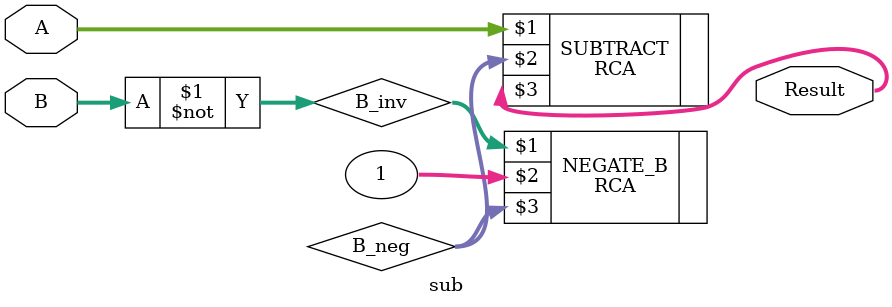
<source format=v>
`timescale 1ns/10ps

module sub(A, B, Result);

   input  [31:0] A, B;
   output [31:0] Result;

   wire   [31:0] Result;
   wire   [31:0] B_inv;
   wire   [31:0] B_neg;

   assign B_inv = ~B;


   RCA NEGATE_B(B_inv, 32'b00000000000000000000000000000001, B_neg);
   RCA SUBTRACT(A, B_neg, Result);

endmodule

</source>
